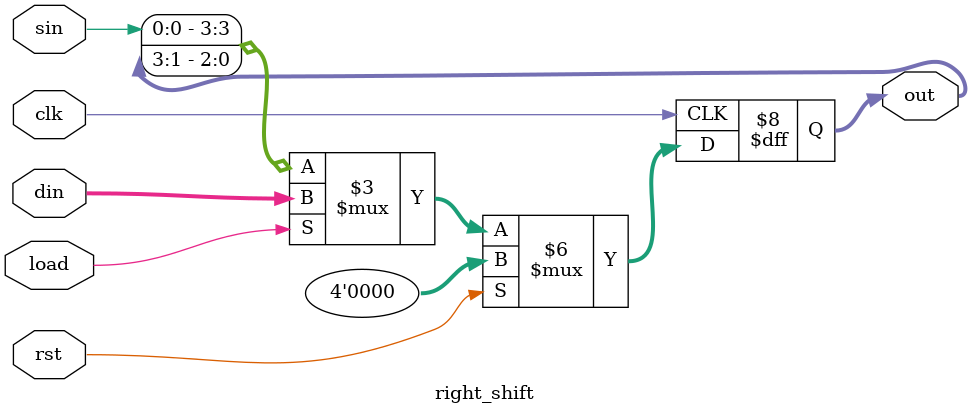
<source format=v>
module right_shift( clk,rst,din,load,sin,out);
input clk,rst;
input load;
input [3:0]din;
input sin;
output reg [3:0]out;

always@(posedge clk)
begin
	if(rst)
	out<=0;
	else
	begin
	if(load)
			out<=din;
		else
			out<={sin, out[3:1]};
	end
end
	endmodule

</source>
